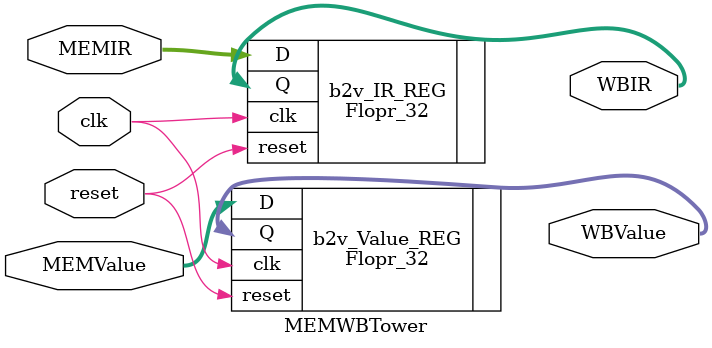
<source format=v>


// PROGRAM		"Quartus Prime"
// VERSION		"Version 20.1.1 Build 720 11/11/2020 SJ Lite Edition"
// CREATED		"Wed Aug 16 14:46:42 2023"

module MEMWBTower(
	reset,
	clk,
	MEMIR,
	MEMValue,
	WBIR,
	WBValue
);


input wire	reset;
input wire	clk;
input wire	[31:0] MEMIR;
input wire	[31:0] MEMValue;
output wire	[31:0] WBIR;
output wire	[31:0] WBValue;






Flopr_32	b2v_IR_REG(
	.reset(reset),
	.clk(clk),
	.D(MEMIR),
	.Q(WBIR));


Flopr_32	b2v_Value_REG(
	.reset(reset),
	.clk(clk),
	.D(MEMValue),
	.Q(WBValue));


endmodule

</source>
